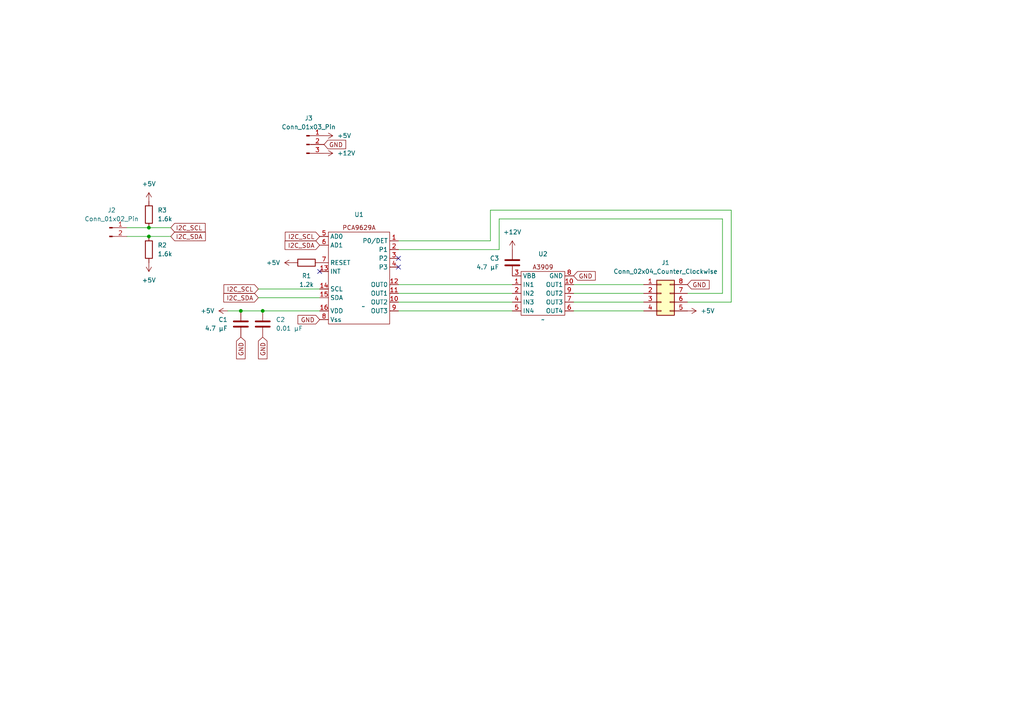
<source format=kicad_sch>
(kicad_sch (version 20230121) (generator eeschema)
  (paper "A4")
  (lib_symbols
    (symbol "Connector:Conn_01x02_Pin" (pin_names (offset 1.016) hide)
      (property "Reference" "J" (at 0 2.54 0))
      (property "Value" "Conn_01x02_Pin" (at 0 -5.08 0))
      (symbol "Conn_01x02_Pin_1_1"
        (polyline (pts (xy 1.27 -2.54) (xy 0.8636 -2.54)) (stroke (width 0.1524)))
        (polyline (pts (xy 1.27 0) (xy 0.8636 0)) (stroke (width 0.1524)))
        (rectangle (start 0.8636 -2.413) (end 0 -2.667) (stroke (width 0.1524)) (fill (type outline)))
        (rectangle (start 0.8636 0.127) (end 0 -0.127) (stroke (width 0.1524)) (fill (type outline)))
        (pin passive line (at 5.08 0 180) (length 3.81) (name "Pin_1") (number "1"))
        (pin passive line (at 5.08 -2.54 180) (length 3.81) (name "Pin_2") (number "2"))
      )
    )
    (symbol "Connector:Conn_01x03_Pin" (pin_names (offset 1.016) hide)
      (property "Reference" "J" (at 0 5.08 0))
      (property "Value" "Conn_01x03_Pin" (at 0 -5.08 0))
      (symbol "Conn_01x03_Pin_1_1"
        (polyline (pts (xy 1.27 -2.54) (xy 0.8636 -2.54)) (stroke (width 0.1524)))
        (polyline (pts (xy 1.27 0) (xy 0.8636 0)) (stroke (width 0.1524)))
        (polyline (pts (xy 1.27 2.54) (xy 0.8636 2.54)) (stroke (width 0.1524)))
        (rectangle (start 0.8636 -2.413) (end 0 -2.667) (stroke (width 0.1524)) (fill (type outline)))
        (rectangle (start 0.8636 0.127) (end 0 -0.127) (stroke (width 0.1524)) (fill (type outline)))
        (rectangle (start 0.8636 2.667) (end 0 2.413) (stroke (width 0.1524)) (fill (type outline)))
        (pin passive line (at 5.08 2.54 180) (length 3.81) (name "Pin_1") (number "1"))
        (pin passive line (at 5.08 0 180) (length 3.81) (name "Pin_2") (number "2"))
        (pin passive line (at 5.08 -2.54 180) (length 3.81) (name "Pin_3") (number "3"))
      )
    )
    (symbol "Connector_Generic:Conn_02x04_Counter_Clockwise" (pin_names (offset 1.016) hide)
      (property "Reference" "J" (at 1.27 5.08 0))
      (property "Value" "Conn_02x04_Counter_Clockwise" (at 1.27 -7.62 0))
      (symbol "Conn_02x04_Counter_Clockwise_1_1"
        (rectangle (start -1.27 -4.953) (end 0 -5.207) (stroke (width 0.1524)))
        (rectangle (start -1.27 -2.413) (end 0 -2.667) (stroke (width 0.1524)))
        (rectangle (start -1.27 0.127) (end 0 -0.127) (stroke (width 0.1524)))
        (rectangle (start -1.27 2.667) (end 0 2.413) (stroke (width 0.1524)))
        (rectangle (start -1.27 3.81) (end 3.81 -6.35) (stroke (width 0.254)) (fill (type background)))
        (rectangle (start 3.81 -4.953) (end 2.54 -5.207) (stroke (width 0.1524)))
        (rectangle (start 3.81 -2.413) (end 2.54 -2.667) (stroke (width 0.1524)))
        (rectangle (start 3.81 0.127) (end 2.54 -0.127) (stroke (width 0.1524)))
        (rectangle (start 3.81 2.667) (end 2.54 2.413) (stroke (width 0.1524)))
        (pin passive line (at -5.08 2.54 0) (length 3.81) (name "Pin_1") (number "1"))
        (pin passive line (at -5.08 0 0) (length 3.81) (name "Pin_2") (number "2"))
        (pin passive line (at -5.08 -2.54 0) (length 3.81) (name "Pin_3") (number "3"))
        (pin passive line (at -5.08 -5.08 0) (length 3.81) (name "Pin_4") (number "4"))
        (pin passive line (at 7.62 -5.08 180) (length 3.81) (name "Pin_5") (number "5"))
        (pin passive line (at 7.62 -2.54 180) (length 3.81) (name "Pin_6") (number "6"))
        (pin passive line (at 7.62 0 180) (length 3.81) (name "Pin_7") (number "7"))
        (pin passive line (at 7.62 2.54 180) (length 3.81) (name "Pin_8") (number "8"))
      )
    )
    (symbol "Device:C" (pin_numbers hide) (pin_names (offset 0.254))
      (property "Reference" "C" (at 0.635 2.54 0))
      (property "Value" "C" (at 0.635 -2.54 0))
      (symbol "C_0_1"
        (polyline (pts (xy -2.032 -0.762) (xy 2.032 -0.762)) (stroke (width 0.508)))
        (polyline (pts (xy -2.032 0.762) (xy 2.032 0.762)) (stroke (width 0.508)))
      )
      (symbol "C_1_1"
        (pin passive line (at 0 3.81 270) (length 2.794) (name "~") (number "1"))
        (pin passive line (at 0 -3.81 90) (length 2.794) (name "~") (number "2"))
      )
    )
    (symbol "Device:R" (pin_numbers hide) (pin_names (offset 0))
      (property "Reference" "R" (at 2.032 0 90))
      (property "Value" "R" (at 0 0 90))
      (symbol "R_0_1"
        (rectangle (start -1.016 -2.54) (end 1.016 2.54) (stroke (width 0.254)))
      )
      (symbol "R_1_1"
        (pin passive line (at 0 3.81 270) (length 1.27) (name "~") (number "1"))
        (pin passive line (at 0 -3.81 90) (length 1.27) (name "~") (number "2"))
      )
    )
    (symbol "power:+12V" (power) (pin_names (offset 0))
      (property "Value" "+12V" (at 0 3.556 0))
      (symbol "+12V_0_1"
        (polyline (pts (xy -0.762 1.27) (xy 0 2.54)))
        (polyline (pts (xy 0 0) (xy 0 2.54)))
        (polyline (pts (xy 0 2.54) (xy 0.762 1.27)))
      )
      (symbol "+12V_1_1"
        (pin power_in line (at 0 0 90) (length 0) hide (name "+12V") (number "1"))
      )
    )
    (symbol "power:+5V" (power) (pin_names (offset 0))
      (property "Value" "+5V" (at 0 3.556 0))
      (symbol "+5V_0_1"
        (polyline (pts (xy -0.762 1.27) (xy 0 2.54)))
        (polyline (pts (xy 0 0) (xy 0 2.54)))
        (polyline (pts (xy 0 2.54) (xy 0.762 1.27)))
      )
      (symbol "+5V_1_1"
        (pin power_in line (at 0 0 90) (length 0) hide (name "+5V") (number "1"))
      )
    )
    (symbol "sensors:A3909"
      (property "Reference" "U" (at 0 0 0))
      (symbol "A3909_0_1"
        (rectangle (start -6.35 13.97) (end 6.35 1.27))
      )
      (symbol "A3909_1_1"
        (text "A3909" (at 0 15.24 0) (effects (font (size 1.27 1.27))))
        (pin input line (at -8.89 10.16 0) (length 2.54) (name "IN1") (number "1"))
        (pin output line (at 8.89 10.16 180) (length 2.54) (name "OUT1") (number "10"))
        (pin input line (at -8.89 7.62 0) (length 2.54) (name "IN2") (number "2"))
        (pin power_in line (at -8.89 12.7 0) (length 2.54) (name "VBB") (number "3"))
        (pin input line (at -8.89 5.08 0) (length 2.54) (name "IN3") (number "4"))
        (pin input line (at -8.89 2.54 0) (length 2.54) (name "IN4") (number "5"))
        (pin output line (at 8.89 2.54 180) (length 2.54) (name "OUT4") (number "6"))
        (pin output line (at 8.89 5.08 180) (length 2.54) (name "OUT3") (number "7"))
        (pin power_in line (at 8.89 12.7 180) (length 2.54) (name "GND") (number "8"))
        (pin output line (at 8.89 7.62 180) (length 2.54) (name "OUT2") (number "9"))
      )
    )
    (symbol "sensors:PCA9629A"
      (property "Reference" "U" (at 0 -2.54 0))
      (symbol "PCA9629A_0_1"
        (rectangle (start -8.89 26.67) (end 8.89 0))
      )
      (symbol "PCA9629A_1_1"
        (text "PCA9629A" (at 0 27.94 0) (effects (font (size 1.27 1.27))))
        (pin bidirectional line (at 11.43 24.13 180) (length 2.54) (name "P0/DET") (number "1"))
        (pin output line (at 11.43 6.35 180) (length 2.54) (name "OUT2") (number "10"))
        (pin output line (at 11.43 8.89 180) (length 2.54) (name "OUT1") (number "11"))
        (pin output line (at 11.43 11.43 180) (length 2.54) (name "OUT0") (number "12"))
        (pin output line (at -11.43 15.24 0) (length 2.54) (name "INT") (number "13"))
        (pin input line (at -11.43 10.16 0) (length 2.54) (name "SCL") (number "14"))
        (pin bidirectional line (at -11.43 7.62 0) (length 2.54) (name "SDA") (number "15"))
        (pin power_in line (at -11.43 3.81 0) (length 2.54) (name "VDD") (number "16"))
        (pin bidirectional line (at 11.43 21.59 180) (length 2.54) (name "P1") (number "2"))
        (pin bidirectional line (at 11.43 19.05 180) (length 2.54) (name "P2") (number "3"))
        (pin bidirectional line (at 11.43 16.51 180) (length 2.54) (name "P3") (number "4"))
        (pin input line (at -11.43 25.4 0) (length 2.54) (name "AD0") (number "5"))
        (pin input line (at -11.43 22.86 0) (length 2.54) (name "AD1") (number "6"))
        (pin input line (at -11.43 17.78 0) (length 2.54) (name "RESET") (number "7"))
        (pin power_in line (at -11.43 1.27 0) (length 2.54) (name "Vss") (number "8"))
        (pin output line (at 11.43 3.81 180) (length 2.54) (name "OUT3") (number "9"))
      )
    )
  )
  (junction (at 69.85 90.17))
  (junction (at 43.18 68.58))
  (junction (at 43.18 66.04))
  (junction (at 76.2 90.17))
  (no_connect (at 115.57 77.47))
  (no_connect (at 92.71 78.74))
  (no_connect (at 115.57 74.93))
  (wire (pts (xy 115.57 85.09) (xy 148.59 85.09)))
  (wire (pts (xy 49.53 68.58) (xy 43.18 68.58)))
  (wire (pts (xy 36.83 68.58) (xy 43.18 68.58)))
  (wire (pts (xy 144.78 63.5) (xy 209.55 63.5)))
  (wire (pts (xy 166.37 82.55) (xy 186.69 82.55)))
  (wire (pts (xy 209.55 85.09) (xy 199.39 85.09)))
  (wire (pts (xy 166.37 87.63) (xy 186.69 87.63)))
  (wire (pts (xy 74.93 83.82) (xy 92.71 83.82)))
  (wire (pts (xy 43.18 66.04) (xy 36.83 66.04)))
  (wire (pts (xy 115.57 82.55) (xy 148.59 82.55)))
  (wire (pts (xy 66.04 90.17) (xy 69.85 90.17)))
  (wire (pts (xy 212.09 60.96) (xy 212.09 87.63)))
  (wire (pts (xy 76.2 90.17) (xy 92.71 90.17)))
  (wire (pts (xy 49.53 66.04) (xy 43.18 66.04)))
  (wire (pts (xy 115.57 72.39) (xy 144.78 72.39)))
  (wire (pts (xy 166.37 90.17) (xy 186.69 90.17)))
  (wire (pts (xy 115.57 87.63) (xy 148.59 87.63)))
  (wire (pts (xy 74.93 86.36) (xy 92.71 86.36)))
  (wire (pts (xy 144.78 72.39) (xy 144.78 63.5)))
  (wire (pts (xy 115.57 69.85) (xy 142.24 69.85)))
  (wire (pts (xy 115.57 90.17) (xy 148.59 90.17)))
  (wire (pts (xy 166.37 85.09) (xy 186.69 85.09)))
  (wire (pts (xy 212.09 87.63) (xy 199.39 87.63)))
  (wire (pts (xy 142.24 60.96) (xy 212.09 60.96)))
  (wire (pts (xy 69.85 90.17) (xy 76.2 90.17)))
  (wire (pts (xy 209.55 63.5) (xy 209.55 85.09)))
  (wire (pts (xy 142.24 69.85) (xy 142.24 60.96)))
  (global_label "I2C_SCL" (shape input) (at 74.93 83.82 180) (property "Intersheetrefs" "${INTERSHEET_REFS}" (effects hide)))
  (global_label "GND" (shape input) (at 92.71 92.71 180) (property "Intersheetrefs" "${INTERSHEET_REFS}" (effects hide)))
  (global_label "GND" (shape input) (at 69.85 97.79 270) (property "Intersheetrefs" "${INTERSHEET_REFS}" (effects hide)))
  (global_label "I2C_SDA" (shape input) (at 74.93 86.36 180) (property "Intersheetrefs" "${INTERSHEET_REFS}" (effects hide)))
  (global_label "I2C_SCL" (shape input) (at 92.71 68.58 180) (property "Intersheetrefs" "${INTERSHEET_REFS}" (effects hide)))
  (global_label "I2C_SDA" (shape input) (at 49.53 68.58 0) (property "Intersheetrefs" "${INTERSHEET_REFS}" (effects hide)))
  (global_label "GND" (shape input) (at 76.2 97.79 270) (property "Intersheetrefs" "${INTERSHEET_REFS}" (effects hide)))
  (global_label "I2C_SDA" (shape input) (at 92.71 71.12 180) (property "Intersheetrefs" "${INTERSHEET_REFS}" (effects hide)))
  (global_label "I2C_SCL" (shape input) (at 49.53 66.04 0) (property "Intersheetrefs" "${INTERSHEET_REFS}" (effects hide)))
  (global_label "GND" (shape input) (at 166.37 80.01 0) (property "Intersheetrefs" "${INTERSHEET_REFS}" (effects hide)))
  (global_label "GND" (shape input) (at 199.39 82.55 0) (property "Intersheetrefs" "${INTERSHEET_REFS}" (effects hide)))
  (global_label "GND" (shape input) (at 93.98 41.91 0) (property "Intersheetrefs" "${INTERSHEET_REFS}" (effects hide)))
  (symbol (lib_id "Device:R") (at 43.18 62.23 180) (unit 1)
    (property "Reference" "R3" (at 45.72 60.96 0) (effects (justify right)))
    (property "Value" "1.6k" (at 45.72 63.5 0) (effects (justify right)))
  )
  (symbol (lib_id "Connector:Conn_01x02_Pin") (at 31.75 66.04 0) (unit 1)
    (property "Reference" "J2" (at 32.385 60.96 0))
    (property "Value" "Conn_01x02_Pin" (at 32.385 63.5 0))
    (property "Footprint" "Connector_PinHeader_2.54mm:PinHeader_1x02_P2.54mm_Vertical" (effects hide))
  )
  (symbol (lib_id "power:+5V") (at 199.39 90.17 270) (unit 1)
    (property "Reference" "#PWR04" (effects hide))
    (property "Value" "+5V" (at 203.2 90.17 90) (effects (justify left)))
  )
  (symbol (lib_id "Connector_Generic:Conn_02x04_Counter_Clockwise") (at 191.77 85.09 0) (unit 1)
    (property "Reference" "J1" (at 193.04 76.2 0))
    (property "Value" "Conn_02x04_Counter_Clockwise" (at 193.04 78.74 0))
    (property "Footprint" "Connector_PinHeader_2.54mm:PinHeader_1x08_P2.54mm_Vertical" (effects hide))
  )
  (symbol (lib_id "Device:C") (at 148.59 76.2 180) (unit 1)
    (property "Reference" "C3" (at 144.78 74.93 0) (effects (justify left)))
    (property "Value" "4.7 μF" (at 144.78 77.47 0) (effects (justify left)))
  )
  (symbol (lib_id "power:+12V") (at 93.98 44.45 270) (unit 1)
    (property "Reference" "#PWR05" (effects hide))
    (property "Value" "+12V" (at 97.79 44.45 90) (effects (justify left)))
  )
  (symbol (lib_id "Device:C") (at 76.2 93.98 0) (unit 1)
    (property "Reference" "C2" (at 80.01 92.71 0) (effects (justify left)))
    (property "Value" "0.01 μF" (at 80.01 95.25 0) (effects (justify left)))
  )
  (symbol (lib_id "power:+12V") (at 148.59 72.39 0) (unit 1)
    (property "Reference" "#PWR03" (effects hide))
    (property "Value" "+12V" (at 148.59 67.31 0))
  )
  (symbol (lib_id "Device:C") (at 69.85 93.98 0) (unit 1)
    (property "Reference" "C1" (at 66.04 92.71 0) (effects (justify right)))
    (property "Value" "4.7 μF" (at 66.04 95.25 0) (effects (justify right)))
  )
  (symbol (lib_id "sensors:A3909") (at 157.48 92.71 0) (unit 1)
    (property "Reference" "U2" (at 157.48 73.66 0))
    (property "Value" "~" (at 157.48 92.71 0))
  )
  (symbol (lib_id "power:+5V") (at 43.18 76.2 180) (unit 1)
    (property "Reference" "#PWR07" (effects hide))
    (property "Value" "+5V" (at 43.18 81.28 0))
  )
  (symbol (lib_id "Device:R") (at 43.18 72.39 180) (unit 1)
    (property "Reference" "R2" (at 45.72 71.12 0) (effects (justify right)))
    (property "Value" "1.6k" (at 45.72 73.66 0) (effects (justify right)))
  )
  (symbol (lib_id "Connector:Conn_01x03_Pin") (at 88.9 41.91 0) (unit 1)
    (property "Reference" "J3" (at 89.535 34.29 0))
    (property "Value" "Conn_01x03_Pin" (at 89.535 36.83 0))
    (property "Footprint" "Connector_PinHeader_2.54mm:PinHeader_1x03_P2.54mm_Vertical" (effects hide))
  )
  (symbol (lib_id "sensors:PCA9629A") (at 104.14 93.98 0) (unit 1)
    (property "Reference" "U1" (at 104.14 62.23 0))
    (property "Value" "~" (at 105.41 88.9 0))
    (property "Footprint" "Package_SO:TSSOP-16_4.4x5mm_P0.65mm" (effects hide))
  )
  (symbol (lib_id "power:+5V") (at 43.18 58.42 0) (unit 1)
    (property "Reference" "#PWR08" (effects hide))
    (property "Value" "+5V" (at 43.18 53.34 0))
  )
  (symbol (lib_id "power:+5V") (at 85.09 76.2 90) (unit 1)
    (property "Reference" "#PWR02" (effects hide))
    (property "Value" "+5V" (at 81.28 76.2 90) (effects (justify left)))
  )
  (symbol (lib_id "Device:R") (at 88.9 76.2 90) (unit 1)
    (property "Reference" "R1" (at 88.9 80.01 90))
    (property "Value" "1.2k" (at 88.9 82.55 90))
  )
  (symbol (lib_id "power:+5V") (at 66.04 90.17 90) (unit 1)
    (property "Reference" "#PWR01" (effects hide))
    (property "Value" "+5V" (at 62.23 90.17 90) (effects (justify left)))
  )
  (symbol (lib_id "power:+5V") (at 93.98 39.37 270) (unit 1)
    (property "Reference" "#PWR06" (effects hide))
    (property "Value" "+5V" (at 97.79 39.37 90) (effects (justify left)))
  )
)
</source>
